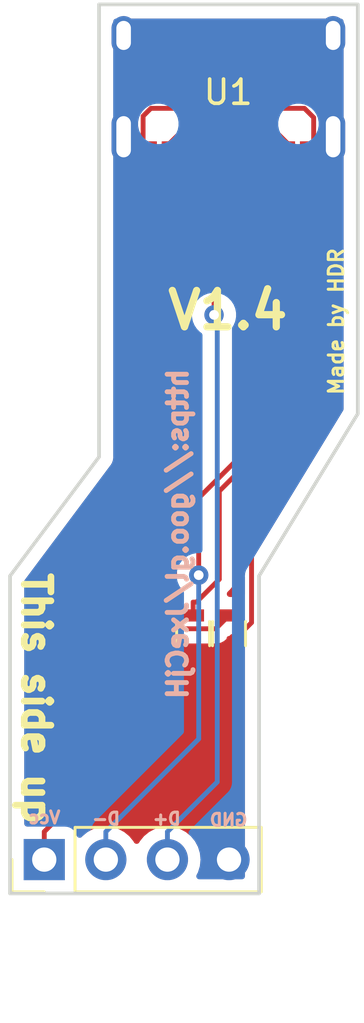
<source format=kicad_pcb>
(kicad_pcb (version 20171130) (host pcbnew "(5.1.2)-2")

  (general
    (thickness 0.8)
    (drawings 16)
    (tracks 71)
    (zones 0)
    (modules 4)
    (nets 9)
  )

  (page A4)
  (layers
    (0 F.Cu signal)
    (31 B.Cu signal)
    (32 B.Adhes user)
    (33 F.Adhes user)
    (34 B.Paste user)
    (35 F.Paste user)
    (36 B.SilkS user)
    (37 F.SilkS user)
    (38 B.Mask user)
    (39 F.Mask user)
    (40 Dwgs.User user)
    (41 Cmts.User user)
    (42 Eco1.User user)
    (43 Eco2.User user)
    (44 Edge.Cuts user)
    (45 Margin user)
    (46 B.CrtYd user)
    (47 F.CrtYd user)
    (48 B.Fab user)
    (49 F.Fab user)
  )

  (setup
    (last_trace_width 0.2)
    (trace_clearance 0.2)
    (zone_clearance 0.508)
    (zone_45_only no)
    (trace_min 0.2)
    (via_size 0.8)
    (via_drill 0.4)
    (via_min_size 0.4)
    (via_min_drill 0.3)
    (uvia_size 0.3)
    (uvia_drill 0.1)
    (uvias_allowed no)
    (uvia_min_size 0.2)
    (uvia_min_drill 0.1)
    (edge_width 0.15)
    (segment_width 0.01)
    (pcb_text_width 0.3)
    (pcb_text_size 1.5 1.5)
    (mod_edge_width 0.15)
    (mod_text_size 1 1)
    (mod_text_width 0.15)
    (pad_size 1 1.6)
    (pad_drill 0.6)
    (pad_to_mask_clearance 0.2)
    (aux_axis_origin 0 0)
    (visible_elements 7FFFEFFF)
    (pcbplotparams
      (layerselection 0x010fc_ffffffff)
      (usegerberextensions false)
      (usegerberattributes false)
      (usegerberadvancedattributes false)
      (creategerberjobfile false)
      (excludeedgelayer true)
      (linewidth 0.100000)
      (plotframeref false)
      (viasonmask false)
      (mode 1)
      (useauxorigin false)
      (hpglpennumber 1)
      (hpglpenspeed 20)
      (hpglpendiameter 15.000000)
      (psnegative false)
      (psa4output false)
      (plotreference true)
      (plotvalue true)
      (plotinvisibletext false)
      (padsonsilk false)
      (subtractmaskfromsilk false)
      (outputformat 1)
      (mirror false)
      (drillshape 0)
      (scaleselection 1)
      (outputdirectory "gerbers/"))
  )

  (net 0 "")
  (net 1 "Net-(J2-Pad4)")
  (net 2 "Net-(J2-Pad3)")
  (net 3 "Net-(J2-Pad2)")
  (net 4 "Net-(J2-Pad1)")
  (net 5 "Net-(R1-Pad2)")
  (net 6 "Net-(R2-Pad2)")
  (net 7 "Net-(U1-PadB8)")
  (net 8 "Net-(U1-PadA8)")

  (net_class Default "This is the default net class."
    (clearance 0.2)
    (trace_width 0.2)
    (via_dia 0.8)
    (via_drill 0.4)
    (uvia_dia 0.3)
    (uvia_drill 0.1)
    (add_net "Net-(J2-Pad1)")
    (add_net "Net-(J2-Pad2)")
    (add_net "Net-(J2-Pad3)")
    (add_net "Net-(J2-Pad4)")
    (add_net "Net-(R1-Pad2)")
    (add_net "Net-(R2-Pad2)")
    (add_net "Net-(U1-PadA8)")
    (add_net "Net-(U1-PadB8)")
  )

  (module Resistors_SMD:R_0603 (layer F.Cu) (tedit 5BE0F6D3) (tstamp 5BCEF49A)
    (at 101.288 114.735 90)
    (descr "Resistor SMD 0603, reflow soldering, Vishay (see dcrcw.pdf)")
    (tags "resistor 0603")
    (path /5BCEF1B3)
    (attr smd)
    (fp_text reference R1 (at 0 -1.45 90) (layer F.SilkS) hide
      (effects (font (size 1 1) (thickness 0.15)))
    )
    (fp_text value 5.1K (at 0 1.5 90) (layer F.Fab)
      (effects (font (size 1 1) (thickness 0.15)))
    )
    (fp_line (start 1.25 0.7) (end -1.25 0.7) (layer F.CrtYd) (width 0.05))
    (fp_line (start 1.25 0.7) (end 1.25 -0.7) (layer F.CrtYd) (width 0.05))
    (fp_line (start -1.25 -0.7) (end -1.25 0.7) (layer F.CrtYd) (width 0.05))
    (fp_line (start -1.25 -0.7) (end 1.25 -0.7) (layer F.CrtYd) (width 0.05))
    (fp_line (start -0.5 -0.68) (end 0.5 -0.68) (layer F.SilkS) (width 0.12))
    (fp_line (start 0.5 0.68) (end -0.5 0.68) (layer F.SilkS) (width 0.12))
    (fp_line (start -0.8 -0.4) (end 0.8 -0.4) (layer F.Fab) (width 0.1))
    (fp_line (start 0.8 -0.4) (end 0.8 0.4) (layer F.Fab) (width 0.1))
    (fp_line (start 0.8 0.4) (end -0.8 0.4) (layer F.Fab) (width 0.1))
    (fp_line (start -0.8 0.4) (end -0.8 -0.4) (layer F.Fab) (width 0.1))
    (fp_text user %R (at 0 0 90) (layer F.Fab)
      (effects (font (size 0.4 0.4) (thickness 0.075)))
    )
    (pad 2 smd rect (at 0.75 0 90) (size 0.5 0.9) (layers F.Cu F.Paste F.Mask)
      (net 5 "Net-(R1-Pad2)"))
    (pad 1 smd rect (at -0.75 0 90) (size 0.5 0.9) (layers F.Cu F.Paste F.Mask)
      (net 1 "Net-(J2-Pad4)"))
    (model ${KISYS3DMOD}/Resistors_SMD.3dshapes/R_0603.wrl
      (at (xyz 0 0 0))
      (scale (xyz 1 1 1))
      (rotate (xyz 0 0 0))
    )
  )

  (module Resistors_SMD:R_0603 (layer F.Cu) (tedit 5BE0F6CC) (tstamp 5BCEF4AB)
    (at 102.768 114.735 90)
    (descr "Resistor SMD 0603, reflow soldering, Vishay (see dcrcw.pdf)")
    (tags "resistor 0603")
    (path /5BCEF288)
    (attr smd)
    (fp_text reference R2 (at -0.00442 1.3212 90) (layer F.SilkS) hide
      (effects (font (size 1 1) (thickness 0.15)))
    )
    (fp_text value 5.1K (at 0 1.5 90) (layer F.Fab)
      (effects (font (size 1 1) (thickness 0.15)))
    )
    (fp_text user %R (at 0 0 90) (layer F.Fab)
      (effects (font (size 0.4 0.4) (thickness 0.075)))
    )
    (fp_line (start -0.8 0.4) (end -0.8 -0.4) (layer F.Fab) (width 0.1))
    (fp_line (start 0.8 0.4) (end -0.8 0.4) (layer F.Fab) (width 0.1))
    (fp_line (start 0.8 -0.4) (end 0.8 0.4) (layer F.Fab) (width 0.1))
    (fp_line (start -0.8 -0.4) (end 0.8 -0.4) (layer F.Fab) (width 0.1))
    (fp_line (start 0.5 0.68) (end -0.5 0.68) (layer F.SilkS) (width 0.12))
    (fp_line (start -0.5 -0.68) (end 0.5 -0.68) (layer F.SilkS) (width 0.12))
    (fp_line (start -1.25 -0.7) (end 1.25 -0.7) (layer F.CrtYd) (width 0.05))
    (fp_line (start -1.25 -0.7) (end -1.25 0.7) (layer F.CrtYd) (width 0.05))
    (fp_line (start 1.25 0.7) (end 1.25 -0.7) (layer F.CrtYd) (width 0.05))
    (fp_line (start 1.25 0.7) (end -1.25 0.7) (layer F.CrtYd) (width 0.05))
    (pad 1 smd rect (at -0.75 0 90) (size 0.5 0.9) (layers F.Cu F.Paste F.Mask)
      (net 1 "Net-(J2-Pad4)"))
    (pad 2 smd rect (at 0.75 0 90) (size 0.5 0.9) (layers F.Cu F.Paste F.Mask)
      (net 6 "Net-(R2-Pad2)"))
    (model ${KISYS3DMOD}/Resistors_SMD.3dshapes/R_0603.wrl
      (at (xyz 0 0 0))
      (scale (xyz 1 1 1))
      (rotate (xyz 0 0 0))
    )
  )

  (module Custom:TYPE-C-31-M-12 (layer F.Cu) (tedit 5E337A34) (tstamp 5E33D29D)
    (at 102.742 95.1472 180)
    (path /5E337F29)
    (fp_text reference U1 (at 0.01016 2.75082) (layer F.SilkS)
      (effects (font (size 1 1) (thickness 0.15)))
    )
    (fp_text value TYPE-C-31-M-12 (at -0.00254 3.88112) (layer F.Fab) hide
      (effects (font (size 1 0.5) (thickness 0.025)))
    )
    (pad A4|B9 smd rect (at -2.45 0 180) (size 0.6 1.45) (layers F.Cu F.Paste F.Mask)
      (net 4 "Net-(J2-Pad1)"))
    (pad B8 smd rect (at -1.75 0 180) (size 0.3 1.45) (layers F.Cu F.Paste F.Mask)
      (net 7 "Net-(U1-PadB8)"))
    (pad A5 smd rect (at -1.25 0 180) (size 0.3 1.45) (layers F.Cu F.Paste F.Mask)
      (net 5 "Net-(R1-Pad2)"))
    (pad B7 smd rect (at -0.75 0 180) (size 0.3 1.45) (layers F.Cu F.Paste F.Mask)
      (net 3 "Net-(J2-Pad2)"))
    (pad A6 smd rect (at -0.25 0 180) (size 0.3 1.45) (layers F.Cu F.Paste F.Mask)
      (net 2 "Net-(J2-Pad3)"))
    (pad A7 smd rect (at 0.25 0 180) (size 0.3 1.45) (layers F.Cu F.Paste F.Mask)
      (net 3 "Net-(J2-Pad2)"))
    (pad B6 smd rect (at 0.75 0 180) (size 0.3 1.45) (layers F.Cu F.Paste F.Mask)
      (net 2 "Net-(J2-Pad3)"))
    (pad A8 smd rect (at 1.25 0 180) (size 0.3 1.45) (layers F.Cu F.Paste F.Mask)
      (net 8 "Net-(U1-PadA8)"))
    (pad B5 smd rect (at 1.75 0 180) (size 0.3 1.45) (layers F.Cu F.Paste F.Mask)
      (net 6 "Net-(R2-Pad2)"))
    (pad B4|A9 smd rect (at 2.45 0 180) (size 0.6 1.45) (layers F.Cu F.Paste F.Mask)
      (net 4 "Net-(J2-Pad1)"))
    (pad B1|A12 smd rect (at 3.25 0 180) (size 0.6 1.45) (layers F.Cu F.Paste F.Mask)
      (net 1 "Net-(J2-Pad4)"))
    (pad A1|B12 smd rect (at -3.25 0 180) (size 0.6 1.45) (layers F.Cu F.Paste F.Mask)
      (net 1 "Net-(J2-Pad4)"))
    (pad GND thru_hole oval (at 4.32 5.095 180) (size 1 1.6) (drill oval 0.6 1.2) (layers *.Cu *.Mask)
      (net 1 "Net-(J2-Pad4)"))
    (pad GND thru_hole oval (at 4.32 0.915 180) (size 1 2.1) (drill oval 0.6 1.7) (layers *.Cu *.Mask)
      (net 1 "Net-(J2-Pad4)"))
    (pad GND thru_hole oval (at -4.32 0.915 180) (size 1 2.1) (drill oval 0.6 1.7) (layers *.Cu *.Mask)
      (net 1 "Net-(J2-Pad4)"))
    (pad GND thru_hole oval (at -4.32 5.095 180) (size 1 1.6) (drill oval 0.6 1.2) (layers *.Cu *.Mask)
      (net 1 "Net-(J2-Pad4)"))
    (pad "" np_thru_hole circle (at 2.89 1.445 180) (size 0.65 0.65) (drill 0.65) (layers *.Cu *.Mask))
    (pad "" np_thru_hole circle (at -2.89 1.445 180) (size 0.65 0.65) (drill 0.65) (layers *.Cu *.Mask))
  )

  (module Connector_PinHeader_2.54mm:PinHeader_1x04_P2.54mm_Vertical (layer F.Cu) (tedit 59FED5CC) (tstamp 5E33D404)
    (at 95.1484 124.06 90)
    (descr "Through hole straight pin header, 1x04, 2.54mm pitch, single row")
    (tags "Through hole pin header THT 1x04 2.54mm single row")
    (path /5BC91A58)
    (fp_text reference J2 (at 0 -2.33 90) (layer F.SilkS) hide
      (effects (font (size 1 1) (thickness 0.15)))
    )
    (fp_text value Conn_01x05_Male (at 0 9.95 90) (layer F.Fab)
      (effects (font (size 1 1) (thickness 0.15)))
    )
    (fp_line (start -0.635 -1.27) (end 1.27 -1.27) (layer F.Fab) (width 0.1))
    (fp_line (start 1.27 -1.27) (end 1.27 8.89) (layer F.Fab) (width 0.1))
    (fp_line (start 1.27 8.89) (end -1.27 8.89) (layer F.Fab) (width 0.1))
    (fp_line (start -1.27 8.89) (end -1.27 -0.635) (layer F.Fab) (width 0.1))
    (fp_line (start -1.27 -0.635) (end -0.635 -1.27) (layer F.Fab) (width 0.1))
    (fp_line (start -1.33 8.95) (end 1.33 8.95) (layer F.SilkS) (width 0.12))
    (fp_line (start -1.33 1.27) (end -1.33 8.95) (layer F.SilkS) (width 0.12))
    (fp_line (start 1.33 1.27) (end 1.33 8.95) (layer F.SilkS) (width 0.12))
    (fp_line (start -1.33 1.27) (end 1.33 1.27) (layer F.SilkS) (width 0.12))
    (fp_line (start -1.33 0) (end -1.33 -1.33) (layer F.SilkS) (width 0.12))
    (fp_line (start -1.33 -1.33) (end 0 -1.33) (layer F.SilkS) (width 0.12))
    (fp_line (start -1.8 -1.8) (end -1.8 9.4) (layer F.CrtYd) (width 0.05))
    (fp_line (start -1.8 9.4) (end 1.8 9.4) (layer F.CrtYd) (width 0.05))
    (fp_line (start 1.8 9.4) (end 1.8 -1.8) (layer F.CrtYd) (width 0.05))
    (fp_line (start 1.8 -1.8) (end -1.8 -1.8) (layer F.CrtYd) (width 0.05))
    (fp_text user %R (at 0 3.81) (layer F.Fab)
      (effects (font (size 1 1) (thickness 0.15)))
    )
    (pad 1 thru_hole rect (at 0 0 90) (size 1.7 1.7) (drill 1) (layers *.Cu *.Mask)
      (net 4 "Net-(J2-Pad1)"))
    (pad 2 thru_hole oval (at 0 2.54 90) (size 1.7 1.7) (drill 1) (layers *.Cu *.Mask)
      (net 3 "Net-(J2-Pad2)"))
    (pad 3 thru_hole oval (at 0 5.08 90) (size 1.7 1.7) (drill 1) (layers *.Cu *.Mask)
      (net 2 "Net-(J2-Pad3)"))
    (pad 4 thru_hole oval (at 0 7.62 90) (size 1.7 1.7) (drill 1) (layers *.Cu *.Mask)
      (net 1 "Net-(J2-Pad4)"))
    (model ${KISYS3DMOD}/Connector_PinHeader_2.54mm.3dshapes/PinHeader_1x04_P2.54mm_Vertical.wrl
      (at (xyz 0 0 0))
      (scale (xyz 1 1 1))
      (rotate (xyz 0 0 0))
    )
  )

  (gr_line (start 97.409 107.442) (end 93.7387 112.35436) (layer Edge.Cuts) (width 0.15))
  (gr_line (start 104.008336 112.35436) (end 108.077 105.664) (layer Edge.Cuts) (width 0.15))
  (gr_line (start 104.008336 125.45568) (end 104.008336 112.35436) (layer Edge.Cuts) (width 0.15))
  (gr_line (start 93.7387 125.45568) (end 93.7387 112.35436) (layer Edge.Cuts) (width 0.15))
  (gr_text https://goo.gl/JxeCjH (at 100.65512 110.62208 90) (layer B.SilkS)
    (effects (font (size 0.8 0.8) (thickness 0.2)) (justify mirror))
  )
  (gr_text GND (at 102.75 122.425) (layer B.SilkS)
    (effects (font (size 0.5 0.5) (thickness 0.125)) (justify mirror))
  )
  (gr_text D+ (at 100.2 122.375) (layer B.SilkS)
    (effects (font (size 0.5 0.5) (thickness 0.125)) (justify mirror))
  )
  (gr_text D- (at 97.7 122.375) (layer B.SilkS)
    (effects (font (size 0.5 0.5) (thickness 0.125)) (justify mirror))
  )
  (gr_text Vcc (at 95.15 122.325) (layer B.SilkS)
    (effects (font (size 0.5 0.5) (thickness 0.125)) (justify mirror))
  )
  (gr_text "Made by HDR" (at 107.188 101.854 90) (layer F.SilkS)
    (effects (font (size 0.6 0.6) (thickness 0.125)))
  )
  (gr_text V1.4 (at 102.7176 101.3968) (layer F.SilkS)
    (effects (font (size 1.5 1.5) (thickness 0.3)))
  )
  (gr_text "This side up" (at 94.8182 117.41404 270) (layer F.SilkS)
    (effects (font (size 1.1 1.1) (thickness 0.275)))
  )
  (gr_line (start 104.008336 125.4567) (end 93.7387 125.4567) (layer Edge.Cuts) (width 0.15))
  (gr_line (start 97.409 88.773) (end 97.409 107.442) (layer Edge.Cuts) (width 0.15))
  (gr_line (start 108.077 88.773) (end 97.408245 88.773) (layer Edge.Cuts) (width 0.15))
  (gr_line (start 108.077 88.773) (end 108.077 105.664) (layer Edge.Cuts) (width 0.15))

  (segment (start 105.992 95.1472) (end 105.992 107.1219) (width 0.2) (layer F.Cu) (net 1))
  (segment (start 105.992 107.1219) (end 103.6976 109.4163) (width 0.2) (layer F.Cu) (net 1))
  (segment (start 103.6976 109.4163) (end 103.6976 114.2802) (width 0.2) (layer F.Cu) (net 1))
  (segment (start 103.6976 114.2802) (end 103.0431 114.9347) (width 0.2) (layer F.Cu) (net 1))
  (segment (start 103.0431 114.9347) (end 102.768 114.9347) (width 0.2) (layer F.Cu) (net 1))
  (segment (start 99.492 95.1472) (end 99.2245 94.8797) (width 0.2) (layer F.Cu) (net 1))
  (segment (start 99.2245 94.8797) (end 99.2245 93.3814) (width 0.2) (layer F.Cu) (net 1))
  (segment (start 99.2245 93.3814) (end 99.5453 93.0606) (width 0.2) (layer F.Cu) (net 1))
  (segment (start 99.5453 93.0606) (end 105.879 93.0606) (width 0.2) (layer F.Cu) (net 1))
  (segment (start 105.879 93.0606) (end 106.2595 93.4411) (width 0.2) (layer F.Cu) (net 1))
  (segment (start 106.2595 93.4411) (end 106.2595 94.8797) (width 0.2) (layer F.Cu) (net 1))
  (segment (start 106.2595 94.8797) (end 105.992 95.1472) (width 0.2) (layer F.Cu) (net 1))
  (segment (start 102.768 115.485) (end 102.768 114.9347) (width 0.2) (layer F.Cu) (net 1))
  (segment (start 101.288 115.485) (end 102.0383 115.485) (width 0.2) (layer F.Cu) (net 1))
  (segment (start 102.768 115.7601) (end 102.3134 115.7601) (width 0.2) (layer F.Cu) (net 1))
  (segment (start 102.3134 115.7601) (end 102.0383 115.485) (width 0.2) (layer F.Cu) (net 1))
  (segment (start 102.768 115.7601) (end 102.768 116.0353) (width 0.2) (layer F.Cu) (net 1))
  (segment (start 102.768 115.485) (end 102.768 115.7601) (width 0.2) (layer F.Cu) (net 1))
  (segment (start 102.7684 124.06) (end 102.7684 116.0357) (width 0.2) (layer F.Cu) (net 1))
  (segment (start 102.7684 116.0357) (end 102.768 116.0353) (width 0.2) (layer F.Cu) (net 1))
  (segment (start 107.062 91.0522) (end 107.062 94.2322) (width 0.2) (layer F.Cu) (net 1))
  (segment (start 107.062 90.0522) (end 107.062 91.0522) (width 0.2) (layer F.Cu) (net 1))
  (segment (start 98.422 90.0522) (end 98.422 94.2322) (width 0.2) (layer F.Cu) (net 1))
  (segment (start 99.337 95.1472) (end 98.422 94.2322) (width 0.2) (layer F.Cu) (net 1))
  (segment (start 99.492 95.1472) (end 99.337 95.1472) (width 0.2) (layer F.Cu) (net 1))
  (segment (start 106.147 95.1472) (end 107.062 94.2322) (width 0.2) (layer F.Cu) (net 1))
  (segment (start 105.992 95.1472) (end 106.147 95.1472) (width 0.2) (layer F.Cu) (net 1))
  (segment (start 101.992 95.1472) (end 101.992 96.1725) (width 0.2) (layer F.Cu) (net 2))
  (segment (start 102.992 95.1472) (end 102.992 96.1725) (width 0.2) (layer F.Cu) (net 2))
  (segment (start 102.15 96.1836) (end 102.9809 96.1836) (width 0.2) (layer F.Cu) (net 2))
  (segment (start 102.9809 96.1836) (end 102.992 96.1725) (width 0.2) (layer F.Cu) (net 2))
  (segment (start 101.992 96.1725) (end 102.1389 96.1725) (width 0.2) (layer F.Cu) (net 2))
  (segment (start 102.1389 96.1725) (end 102.15 96.1836) (width 0.2) (layer F.Cu) (net 2))
  (segment (start 102.15 101.5824) (end 102.15 96.1836) (width 0.2) (layer F.Cu) (net 2))
  (segment (start 100.2284 124.06) (end 100.2284 122.9097) (width 0.2) (layer B.Cu) (net 2))
  (segment (start 100.2284 122.9097) (end 102.2824 120.8557) (width 0.2) (layer B.Cu) (net 2))
  (segment (start 102.2824 120.8557) (end 102.2824 101.7148) (width 0.2) (layer B.Cu) (net 2))
  (segment (start 102.2824 101.7148) (end 102.15 101.5824) (width 0.2) (layer B.Cu) (net 2))
  (via (at 102.15 101.5824) (size 0.8) (layers F.Cu B.Cu) (net 2))
  (segment (start 103.492 95.1472) (end 103.492 107.1634) (width 0.2) (layer F.Cu) (net 3))
  (segment (start 103.492 107.1634) (end 101.5182 109.1372) (width 0.2) (layer F.Cu) (net 3))
  (segment (start 101.5182 109.1372) (end 101.5182 112.322) (width 0.2) (layer F.Cu) (net 3))
  (segment (start 97.6884 122.9097) (end 101.5182 119.0799) (width 0.2) (layer B.Cu) (net 3))
  (segment (start 101.5182 119.0799) (end 101.5182 112.322) (width 0.2) (layer B.Cu) (net 3))
  (segment (start 102.492 95.1472) (end 102.492 94.1219) (width 0.2) (layer F.Cu) (net 3))
  (segment (start 103.492 95.1472) (end 103.492 94.1219) (width 0.2) (layer F.Cu) (net 3))
  (segment (start 103.492 94.1219) (end 102.492 94.1219) (width 0.2) (layer F.Cu) (net 3))
  (segment (start 97.6884 124.06) (end 97.6884 122.9097) (width 0.2) (layer B.Cu) (net 3))
  (via (at 101.5182 112.322) (size 0.8) (layers F.Cu B.Cu) (net 3))
  (segment (start 100.292 96.1725) (end 99.8281 96.6364) (width 0.2) (layer F.Cu) (net 4))
  (segment (start 99.8281 96.6364) (end 99.8281 118.23) (width 0.2) (layer F.Cu) (net 4))
  (segment (start 99.8281 118.23) (end 95.1484 122.9097) (width 0.2) (layer F.Cu) (net 4))
  (segment (start 95.1484 124.06) (end 95.1484 122.9097) (width 0.2) (layer F.Cu) (net 4))
  (segment (start 100.292 95.1472) (end 100.292 96.1725) (width 0.2) (layer F.Cu) (net 4))
  (segment (start 105.192 95.1472) (end 105.192 94.5171) (width 0.2) (layer F.Cu) (net 4))
  (segment (start 105.192 94.5171) (end 104.368 93.6931) (width 0.2) (layer F.Cu) (net 4))
  (segment (start 104.368 93.6931) (end 101.1317 93.6931) (width 0.2) (layer F.Cu) (net 4))
  (segment (start 101.1317 93.6931) (end 100.292 94.5328) (width 0.2) (layer F.Cu) (net 4))
  (segment (start 100.292 94.5328) (end 100.292 95.1472) (width 0.2) (layer F.Cu) (net 4))
  (segment (start 101.288 113.985) (end 101.288 113.4347) (width 0.2) (layer F.Cu) (net 5))
  (segment (start 103.992 95.1472) (end 103.992 107.2297) (width 0.2) (layer F.Cu) (net 5))
  (segment (start 103.992 107.2297) (end 102.3673 108.8544) (width 0.2) (layer F.Cu) (net 5))
  (segment (start 102.3673 108.8544) (end 102.3673 112.493) (width 0.2) (layer F.Cu) (net 5))
  (segment (start 102.3673 112.493) (end 101.4256 113.4347) (width 0.2) (layer F.Cu) (net 5))
  (segment (start 101.4256 113.4347) (end 101.288 113.4347) (width 0.2) (layer F.Cu) (net 5))
  (segment (start 102.768 113.985) (end 102.2176 114.5354) (width 0.2) (layer F.Cu) (net 6))
  (segment (start 102.2176 114.5354) (end 100.7023 114.5354) (width 0.2) (layer F.Cu) (net 6))
  (segment (start 100.7023 114.5354) (end 100.5246 114.3577) (width 0.2) (layer F.Cu) (net 6))
  (segment (start 100.5246 114.3577) (end 100.5246 96.8094) (width 0.2) (layer F.Cu) (net 6))
  (segment (start 100.5246 96.8094) (end 100.992 96.342) (width 0.2) (layer F.Cu) (net 6))
  (segment (start 100.992 96.342) (end 100.992 95.1472) (width 0.2) (layer F.Cu) (net 6))

  (zone (net 1) (net_name "Net-(J2-Pad4)") (layer F.Cu) (tstamp 0) (hatch edge 0.508)
    (connect_pads yes (clearance 0.508))
    (min_thickness 0.254)
    (fill yes (arc_segments 32) (thermal_gap 0.508) (thermal_bridge_width 0.508))
    (polygon
      (pts
        (xy 108.3564 88.5952) (xy 108.3564 105.85196) (xy 104.19334 112.53724) (xy 104.19334 125.75794) (xy 93.52026 125.75794)
        (xy 93.52026 112.03432) (xy 97.1042 107.3912) (xy 97.078807 88.5952)
      )
    )
    (filled_polygon
      (pts
        (xy 103.298336 124.7467) (xy 101.545174 124.7467) (xy 101.606999 124.631034) (xy 101.691913 124.351111) (xy 101.720585 124.06)
        (xy 101.691913 123.768889) (xy 101.606999 123.488966) (xy 101.469106 123.230986) (xy 101.283534 123.004866) (xy 101.057414 122.819294)
        (xy 100.799434 122.681401) (xy 100.519511 122.596487) (xy 100.30135 122.575) (xy 100.15545 122.575) (xy 99.937289 122.596487)
        (xy 99.657366 122.681401) (xy 99.399386 122.819294) (xy 99.173266 123.004866) (xy 98.987694 123.230986) (xy 98.9584 123.285791)
        (xy 98.929106 123.230986) (xy 98.743534 123.004866) (xy 98.517414 122.819294) (xy 98.259434 122.681401) (xy 97.979511 122.596487)
        (xy 97.76135 122.575) (xy 97.61545 122.575) (xy 97.397289 122.596487) (xy 97.117366 122.681401) (xy 96.859386 122.819294)
        (xy 96.633266 123.004866) (xy 96.608793 123.034687) (xy 96.587902 122.96582) (xy 96.528937 122.855506) (xy 96.449585 122.758815)
        (xy 96.388699 122.708847) (xy 100.322293 118.775254) (xy 100.350338 118.752238) (xy 100.442187 118.64032) (xy 100.510437 118.512633)
        (xy 100.552465 118.374085) (xy 100.5631 118.266105) (xy 100.5631 118.266096) (xy 100.566655 118.230001) (xy 100.5631 118.193906)
        (xy 100.5631 115.260246) (xy 100.7023 115.273956) (xy 100.738405 115.2704) (xy 102.181495 115.2704) (xy 102.2176 115.273956)
        (xy 102.253705 115.2704) (xy 102.361685 115.259765) (xy 102.500233 115.217737) (xy 102.62792 115.149487) (xy 102.739838 115.057638)
        (xy 102.762858 115.029588) (xy 102.919374 114.873072) (xy 103.218 114.873072) (xy 103.298337 114.86516)
      )
    )
    (filled_polygon
      (pts
        (xy 107.367001 105.46506) (xy 103.427725 111.942658) (xy 103.415137 111.957997) (xy 103.39147 112.002274) (xy 103.383583 112.015244)
        (xy 103.375027 112.033038) (xy 103.349209 112.08134) (xy 103.344779 112.095944) (xy 103.338163 112.109703) (xy 103.32451 112.162759)
        (xy 103.30861 112.215176) (xy 103.307114 112.230366) (xy 103.30331 112.245149) (xy 103.300271 112.29985) (xy 103.298337 112.319483)
        (xy 103.298337 112.33465) (xy 103.295551 112.38479) (xy 103.298337 112.404441) (xy 103.298337 113.10484) (xy 103.218 113.096928)
        (xy 102.802819 113.096928) (xy 102.861493 113.038254) (xy 102.889538 113.015238) (xy 102.981387 112.90332) (xy 103.049637 112.775633)
        (xy 103.091665 112.637085) (xy 103.1023 112.529105) (xy 103.105856 112.493) (xy 103.1023 112.456895) (xy 103.1023 109.158846)
        (xy 104.486193 107.774954) (xy 104.514238 107.751938) (xy 104.606087 107.64002) (xy 104.674337 107.512333) (xy 104.716365 107.373785)
        (xy 104.727 107.265805) (xy 104.730556 107.2297) (xy 104.727 107.193595) (xy 104.727 96.501901) (xy 104.766482 96.498012)
        (xy 104.767 96.497855) (xy 104.767518 96.498012) (xy 104.892 96.510272) (xy 105.492 96.510272) (xy 105.616482 96.498012)
        (xy 105.73618 96.461702) (xy 105.846494 96.402737) (xy 105.943185 96.323385) (xy 106.022537 96.226694) (xy 106.081502 96.11638)
        (xy 106.117812 95.996682) (xy 106.130072 95.8722) (xy 106.130072 94.523981) (xy 106.243964 94.447881) (xy 106.377681 94.314164)
        (xy 106.482741 94.156931) (xy 106.555108 93.982222) (xy 106.592 93.796752) (xy 106.592 93.607648) (xy 106.555108 93.422178)
        (xy 106.482741 93.247469) (xy 106.377681 93.090236) (xy 106.243964 92.956519) (xy 106.086731 92.851459) (xy 105.912022 92.779092)
        (xy 105.726552 92.7422) (xy 105.537448 92.7422) (xy 105.351978 92.779092) (xy 105.177269 92.851459) (xy 105.020036 92.956519)
        (xy 104.886319 93.090236) (xy 104.852914 93.140231) (xy 104.77832 93.079013) (xy 104.650633 93.010763) (xy 104.512085 92.968735)
        (xy 104.404105 92.9581) (xy 104.368 92.954544) (xy 104.331895 92.9581) (xy 101.167796 92.9581) (xy 101.131699 92.954545)
        (xy 101.095602 92.9581) (xy 101.095595 92.9581) (xy 101.001832 92.967335) (xy 100.987614 92.968735) (xy 100.945586 92.981484)
        (xy 100.849067 93.010763) (xy 100.72138 93.079013) (xy 100.636647 93.148552) (xy 100.597681 93.090236) (xy 100.463964 92.956519)
        (xy 100.306731 92.851459) (xy 100.132022 92.779092) (xy 99.946552 92.7422) (xy 99.757448 92.7422) (xy 99.571978 92.779092)
        (xy 99.397269 92.851459) (xy 99.240036 92.956519) (xy 99.106319 93.090236) (xy 99.001259 93.247469) (xy 98.928892 93.422178)
        (xy 98.892 93.607648) (xy 98.892 93.796752) (xy 98.928892 93.982222) (xy 99.001259 94.156931) (xy 99.106319 94.314164)
        (xy 99.240036 94.447881) (xy 99.353928 94.523981) (xy 99.353928 95.8722) (xy 99.366188 95.996682) (xy 99.380661 96.044393)
        (xy 99.333908 96.091146) (xy 99.305862 96.114163) (xy 99.214013 96.226081) (xy 99.145763 96.353768) (xy 99.116484 96.450287)
        (xy 99.103735 96.492315) (xy 99.089544 96.6364) (xy 99.0931 96.672505) (xy 99.093101 117.925552) (xy 94.654208 122.364446)
        (xy 94.626163 122.387462) (xy 94.534314 122.49938) (xy 94.495536 122.571928) (xy 94.4487 122.571928) (xy 94.4487 112.590307)
        (xy 97.968094 107.879921) (xy 98.0022 107.838363) (xy 98.026354 107.793173) (xy 98.052853 107.749317) (xy 98.059257 107.731616)
        (xy 98.068128 107.71502) (xy 98.083004 107.66598) (xy 98.100435 107.617802) (xy 98.103262 107.5992) (xy 98.108727 107.581184)
        (xy 98.11375 107.530181) (xy 98.121447 107.479532) (xy 98.119 107.425845) (xy 98.119 89.483) (xy 107.367 89.483)
      )
    )
  )
  (zone (net 1) (net_name "Net-(J2-Pad4)") (layer F.Cu) (tstamp 5E33D524) (hatch edge 0.508)
    (connect_pads yes (clearance 0.508))
    (min_thickness 0.254)
    (fill yes (arc_segments 32) (thermal_gap 0.508) (thermal_bridge_width 0.508))
    (polygon
      (pts
        (xy 97.0788 88.5952) (xy 97.0788 88.59012) (xy 97.078807 88.5952)
      )
    )
  )
  (zone (net 1) (net_name "Net-(J2-Pad4)") (layer F.Cu) (tstamp 5E33D524) (hatch edge 0.508)
    (connect_pads yes (clearance 0.508))
    (min_thickness 0.254)
    (fill yes (arc_segments 32) (thermal_gap 0.508) (thermal_bridge_width 0.508))
    (polygon
      (pts
        (xy 97.0788 88.5952) (xy 97.0788 88.59012) (xy 97.078807 88.5952)
      )
    )
  )
  (zone (net 1) (net_name "Net-(J2-Pad4)") (layer B.Cu) (tstamp 5E33D550) (hatch edge 0.508)
    (connect_pads yes (clearance 0.508))
    (min_thickness 0.254)
    (fill yes (arc_segments 32) (thermal_gap 0.508) (thermal_bridge_width 0.508))
    (polygon
      (pts
        (xy 108.35894 88.5952) (xy 108.35894 105.85196) (xy 104.19588 112.53724) (xy 104.19588 125.75794) (xy 93.5228 125.75794)
        (xy 93.5228 112.03432) (xy 97.10674 107.3912) (xy 97.081347 88.5952)
      )
    )
    (filled_polygon
      (pts
        (xy 107.367001 105.46506) (xy 103.427725 111.942658) (xy 103.415137 111.957997) (xy 103.39147 112.002274) (xy 103.383583 112.015244)
        (xy 103.375027 112.033038) (xy 103.349209 112.08134) (xy 103.344779 112.095944) (xy 103.338163 112.109703) (xy 103.32451 112.162759)
        (xy 103.30861 112.215176) (xy 103.307114 112.230366) (xy 103.30331 112.245149) (xy 103.300271 112.29985) (xy 103.298337 112.319483)
        (xy 103.298337 112.33465) (xy 103.295551 112.38479) (xy 103.298337 112.404441) (xy 103.298336 124.7467) (xy 101.545174 124.7467)
        (xy 101.606999 124.631034) (xy 101.691913 124.351111) (xy 101.720585 124.06) (xy 101.691913 123.768889) (xy 101.606999 123.488966)
        (xy 101.469106 123.230986) (xy 101.283534 123.004866) (xy 101.222648 122.954898) (xy 102.776597 121.40095) (xy 102.804637 121.377938)
        (xy 102.82765 121.349897) (xy 102.827653 121.349894) (xy 102.896487 121.26602) (xy 102.964737 121.138334) (xy 103.006765 120.999785)
        (xy 103.020956 120.8557) (xy 103.0174 120.819595) (xy 103.0174 102.147195) (xy 103.067205 102.072656) (xy 103.145226 101.884298)
        (xy 103.185 101.684339) (xy 103.185 101.480461) (xy 103.145226 101.280502) (xy 103.067205 101.092144) (xy 102.953937 100.922626)
        (xy 102.809774 100.778463) (xy 102.640256 100.665195) (xy 102.451898 100.587174) (xy 102.251939 100.5474) (xy 102.048061 100.5474)
        (xy 101.848102 100.587174) (xy 101.659744 100.665195) (xy 101.490226 100.778463) (xy 101.346063 100.922626) (xy 101.232795 101.092144)
        (xy 101.154774 101.280502) (xy 101.115 101.480461) (xy 101.115 101.684339) (xy 101.154774 101.884298) (xy 101.232795 102.072656)
        (xy 101.346063 102.242174) (xy 101.490226 102.386337) (xy 101.547401 102.42454) (xy 101.5474 111.287) (xy 101.416261 111.287)
        (xy 101.216302 111.326774) (xy 101.027944 111.404795) (xy 100.858426 111.518063) (xy 100.714263 111.662226) (xy 100.600995 111.831744)
        (xy 100.522974 112.020102) (xy 100.4832 112.220061) (xy 100.4832 112.423939) (xy 100.522974 112.623898) (xy 100.600995 112.812256)
        (xy 100.714263 112.981774) (xy 100.783201 113.050712) (xy 100.7832 118.775453) (xy 97.194208 122.364446) (xy 97.166163 122.387462)
        (xy 97.074314 122.49938) (xy 97.028983 122.584188) (xy 97.006064 122.627067) (xy 96.964852 122.762921) (xy 96.859386 122.819294)
        (xy 96.633266 123.004866) (xy 96.608793 123.034687) (xy 96.587902 122.96582) (xy 96.528937 122.855506) (xy 96.449585 122.758815)
        (xy 96.352894 122.679463) (xy 96.24258 122.620498) (xy 96.122882 122.584188) (xy 95.9984 122.571928) (xy 94.4487 122.571928)
        (xy 94.4487 112.590307) (xy 97.968094 107.879921) (xy 98.0022 107.838363) (xy 98.026354 107.793173) (xy 98.052853 107.749317)
        (xy 98.059257 107.731616) (xy 98.068128 107.71502) (xy 98.083004 107.66598) (xy 98.100435 107.617802) (xy 98.103262 107.5992)
        (xy 98.108727 107.581184) (xy 98.11375 107.530181) (xy 98.121447 107.479532) (xy 98.119 107.425845) (xy 98.119 93.607648)
        (xy 98.892 93.607648) (xy 98.892 93.796752) (xy 98.928892 93.982222) (xy 99.001259 94.156931) (xy 99.106319 94.314164)
        (xy 99.240036 94.447881) (xy 99.397269 94.552941) (xy 99.571978 94.625308) (xy 99.757448 94.6622) (xy 99.946552 94.6622)
        (xy 100.132022 94.625308) (xy 100.306731 94.552941) (xy 100.463964 94.447881) (xy 100.597681 94.314164) (xy 100.702741 94.156931)
        (xy 100.775108 93.982222) (xy 100.812 93.796752) (xy 100.812 93.607648) (xy 104.672 93.607648) (xy 104.672 93.796752)
        (xy 104.708892 93.982222) (xy 104.781259 94.156931) (xy 104.886319 94.314164) (xy 105.020036 94.447881) (xy 105.177269 94.552941)
        (xy 105.351978 94.625308) (xy 105.537448 94.6622) (xy 105.726552 94.6622) (xy 105.912022 94.625308) (xy 106.086731 94.552941)
        (xy 106.243964 94.447881) (xy 106.377681 94.314164) (xy 106.482741 94.156931) (xy 106.555108 93.982222) (xy 106.592 93.796752)
        (xy 106.592 93.607648) (xy 106.555108 93.422178) (xy 106.482741 93.247469) (xy 106.377681 93.090236) (xy 106.243964 92.956519)
        (xy 106.086731 92.851459) (xy 105.912022 92.779092) (xy 105.726552 92.7422) (xy 105.537448 92.7422) (xy 105.351978 92.779092)
        (xy 105.177269 92.851459) (xy 105.020036 92.956519) (xy 104.886319 93.090236) (xy 104.781259 93.247469) (xy 104.708892 93.422178)
        (xy 104.672 93.607648) (xy 100.812 93.607648) (xy 100.775108 93.422178) (xy 100.702741 93.247469) (xy 100.597681 93.090236)
        (xy 100.463964 92.956519) (xy 100.306731 92.851459) (xy 100.132022 92.779092) (xy 99.946552 92.7422) (xy 99.757448 92.7422)
        (xy 99.571978 92.779092) (xy 99.397269 92.851459) (xy 99.240036 92.956519) (xy 99.106319 93.090236) (xy 99.001259 93.247469)
        (xy 98.928892 93.422178) (xy 98.892 93.607648) (xy 98.119 93.607648) (xy 98.119 89.483) (xy 107.367 89.483)
      )
    )
  )
)

</source>
